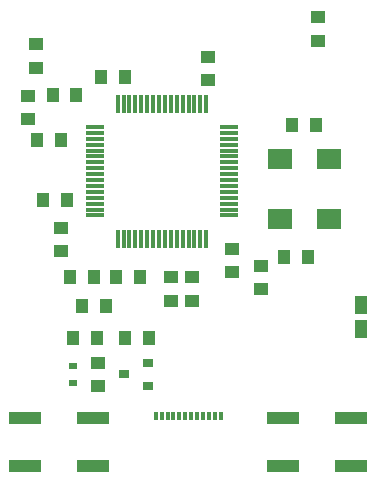
<source format=gbr>
G04 #@! TF.FileFunction,Paste,Top*
%FSLAX46Y46*%
G04 Gerber Fmt 4.6, Leading zero omitted, Abs format (unit mm)*
G04 Created by KiCad (PCBNEW 4.0.7-e2-6376~58~ubuntu16.04.1) date Mon Nov 20 20:41:21 2017*
%MOMM*%
%LPD*%
G01*
G04 APERTURE LIST*
%ADD10C,0.100000*%
%ADD11R,1.000000X1.250000*%
%ADD12R,1.250000X1.000000*%
%ADD13R,0.700000X0.600000*%
%ADD14R,0.300000X0.700000*%
%ADD15R,2.750000X1.000000*%
%ADD16R,1.500000X0.300000*%
%ADD17R,0.300000X1.500000*%
%ADD18R,0.900000X0.800000*%
%ADD19R,2.000000X1.800000*%
%ADD20R,1.000000X1.524000*%
G04 APERTURE END LIST*
D10*
D11*
X226704400Y-87223600D03*
X224704400Y-87223600D03*
D12*
X222097600Y-99126800D03*
X222097600Y-101126800D03*
X219583000Y-99679000D03*
X219583000Y-97679000D03*
X217551000Y-83423000D03*
X217551000Y-81423000D03*
D11*
X210550000Y-83185000D03*
X208550000Y-83185000D03*
X204422500Y-84645500D03*
X206422500Y-84645500D03*
D12*
X205105000Y-95901000D03*
X205105000Y-97901000D03*
D11*
X205597000Y-93599000D03*
X203597000Y-93599000D03*
D12*
X208280000Y-107331000D03*
X208280000Y-109331000D03*
D11*
X212582000Y-105283000D03*
X210582000Y-105283000D03*
D13*
X206121000Y-109031000D03*
X206121000Y-107631000D03*
D11*
X206137000Y-105283000D03*
X208137000Y-105283000D03*
D14*
X213150000Y-111820000D03*
X213650000Y-111820000D03*
X214150000Y-111820000D03*
X214650000Y-111820000D03*
X215150000Y-111820000D03*
X215650000Y-111820000D03*
X216150000Y-111820000D03*
X218650000Y-111820000D03*
X217650000Y-111820000D03*
X217150000Y-111820000D03*
X216650000Y-111820000D03*
X218150000Y-111820000D03*
D11*
X206924400Y-102565200D03*
X208924400Y-102565200D03*
X205089000Y-88519000D03*
X203089000Y-88519000D03*
D12*
X202311000Y-86725000D03*
X202311000Y-84725000D03*
D11*
X209820000Y-100101400D03*
X211820000Y-100101400D03*
D12*
X214426800Y-102117400D03*
X214426800Y-100117400D03*
X216255600Y-100117400D03*
X216255600Y-102117400D03*
D11*
X205883000Y-100076000D03*
X207883000Y-100076000D03*
D12*
X203022200Y-80381600D03*
X203022200Y-82381600D03*
X226898200Y-78070200D03*
X226898200Y-80070200D03*
D15*
X207858000Y-112046000D03*
X202098000Y-112046000D03*
X202098000Y-116046000D03*
X207858000Y-116046000D03*
X229702000Y-112046000D03*
X223942000Y-112046000D03*
X223942000Y-116046000D03*
X229702000Y-116046000D03*
D16*
X219377500Y-94872500D03*
X219377500Y-94372500D03*
X219377500Y-93872500D03*
X219377500Y-93372500D03*
X219377500Y-92872500D03*
X219377500Y-92372500D03*
X219377500Y-91872500D03*
X219377500Y-91372500D03*
X219377500Y-90872500D03*
X219377500Y-90372500D03*
X219377500Y-89872500D03*
X219377500Y-89372500D03*
X219377500Y-88872500D03*
X219377500Y-88372500D03*
X219377500Y-87872500D03*
X219377500Y-87372500D03*
D17*
X217427500Y-85422500D03*
X216927500Y-85422500D03*
X216427500Y-85422500D03*
X215927500Y-85422500D03*
X215427500Y-85422500D03*
X214927500Y-85422500D03*
X214427500Y-85422500D03*
X213927500Y-85422500D03*
X213427500Y-85422500D03*
X212927500Y-85422500D03*
X212427500Y-85422500D03*
X211927500Y-85422500D03*
X211427500Y-85422500D03*
X210927500Y-85422500D03*
X210427500Y-85422500D03*
X209927500Y-85422500D03*
D16*
X207977500Y-87372500D03*
X207977500Y-87872500D03*
X207977500Y-88372500D03*
X207977500Y-88872500D03*
X207977500Y-89372500D03*
X207977500Y-89872500D03*
X207977500Y-90372500D03*
X207977500Y-90872500D03*
X207977500Y-91372500D03*
X207977500Y-91872500D03*
X207977500Y-92372500D03*
X207977500Y-92872500D03*
X207977500Y-93372500D03*
X207977500Y-93872500D03*
X207977500Y-94372500D03*
X207977500Y-94872500D03*
D17*
X209927500Y-96822500D03*
X210427500Y-96822500D03*
X210927500Y-96822500D03*
X211427500Y-96822500D03*
X211927500Y-96822500D03*
X212427500Y-96822500D03*
X212927500Y-96822500D03*
X213427500Y-96822500D03*
X213927500Y-96822500D03*
X214427500Y-96822500D03*
X214927500Y-96822500D03*
X215427500Y-96822500D03*
X215927500Y-96822500D03*
X216427500Y-96822500D03*
X216927500Y-96822500D03*
X217427500Y-96822500D03*
D18*
X212455000Y-109281000D03*
X212455000Y-107381000D03*
X210455000Y-108331000D03*
D11*
X224018600Y-98399600D03*
X226018600Y-98399600D03*
D19*
X227842500Y-95186500D03*
X227842500Y-90106500D03*
X223642500Y-90106500D03*
X223642500Y-95186500D03*
D20*
X230505000Y-104521000D03*
X230505000Y-102489000D03*
M02*

</source>
